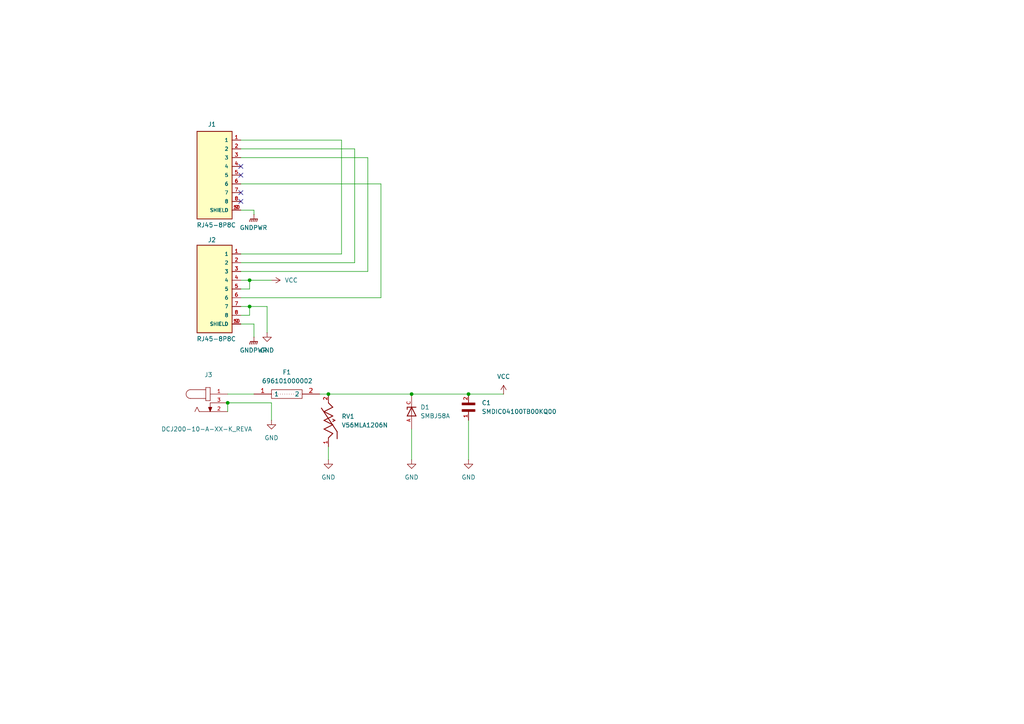
<source format=kicad_sch>
(kicad_sch (version 20231120) (generator "eeschema") (generator_version "8.0")
  (paper "A4")
  (lib_symbols
    (symbol "Equatorial:696101000002" (pin_names (offset 0.762))
      (property "Reference" "F" (at 10.414 2.286 0))
      (property "Value" "696101000002" (at 4.572 -4.826 0))
      (symbol "696101000002_0_0"
        (pin passive line (at 1.27 -1.27 0) (length 5.08) (name "1") (number "1"))
        (pin passive line (at 20.32 -1.27 180) (length 5.08) (name "2") (number "2"))
      )
      (symbol "696101000002_0_1"
        (polyline (pts (xy 6.35 0) (xy 15.24 0) (xy 15.24 -2.54) (xy 6.35 -2.54) (xy 6.35 0)) (stroke (width 0.1524)))
      )
      (symbol "696101000002_1_1"
        (polyline (pts (xy 6.35 -1.27) (xy 15.24 -1.27)) (stroke (width 0) (type dot)))
      )
    )
    (symbol "Equatorial:DCJ200-10-A-XX-K_REVA" (pin_names (offset 1.016))
      (property "Reference" "J" (at -7.6272 5.0848 0))
      (property "Value" "DCJ200-10-A-XX-K_REVA" (at -7.6313 -5.0875 0))
      (property "Opcional link" "https://produto.mercadolivre.com.br/MLB-2670642045-kit-5-pecas-conector-dc-jack-p4-fmea-dc-005-21mm-pci-_JM?matt_tool=63064967&matt_word=&matt_source=google&matt_campaign_id=14303413826&matt_ad_group_id=133431076203&matt_match_type=&matt_network=g&matt_device=c&matt_creative=584156655540&matt_keyword=&matt_ad_position=&matt_ad_type=pla&matt_merchant_id=306573131&matt_product_id=MLB2670642045&matt_product_partition_id=2269730643578&matt_target_id=aud-1966009190540:pla-2269730643578&cq_src=google_ads&cq_cmp=14303413826&cq_net=g&cq_plt=gp&cq_med=pla&gad_source=1&gclid=CjwKCAjw3P-2BhAEEiwA3yPhwI50CbgB2eVb1ajxoQKDpTjP9ipY8oeqWrbVPelEas9qT8J3NVHPLRoCjc0QAvD_BwE" (at 0 0 0))
      (symbol "DCJ200-10-A-XX-K_REVA_0_0"
        (arc (start -5.715 3.81) (mid -6.9794 2.54) (end -5.715 1.27) (stroke (width 0.1524)))
        (polyline (pts (xy -5.715 3.81) (xy -1.27 3.81)) (stroke (width 0.1524)))
        (polyline (pts (xy -3.81 -1.27) (xy -4.445 -2.54)) (stroke (width 0.1524)))
        (polyline (pts (xy -3.175 -2.54) (xy -3.81 -1.27)) (stroke (width 0.1524)))
        (polyline (pts (xy -1.27 0.635) (xy 0 0.635)) (stroke (width 0.1524)))
        (polyline (pts (xy -1.27 1.27) (xy -5.715 1.27)) (stroke (width 0.1524)))
        (polyline (pts (xy -1.27 1.27) (xy -1.27 0.635)) (stroke (width 0.1524)))
        (polyline (pts (xy -1.27 3.81) (xy -1.27 1.27)) (stroke (width 0.1524)))
        (polyline (pts (xy -1.27 4.445) (xy -1.27 3.81)) (stroke (width 0.1524)))
        (polyline (pts (xy 0 -2.54) (xy -3.175 -2.54)) (stroke (width 0.1524)))
        (polyline (pts (xy 0 0) (xy 0 -2.54)) (stroke (width 0.1524)))
        (polyline (pts (xy 0 0.635) (xy 0 4.445)) (stroke (width 0.1524)))
        (polyline (pts (xy 0 4.445) (xy -1.27 4.445)) (stroke (width 0.1524)))
        (polyline (pts (xy 0 -2.54) (xy -0.508 -1.27) (xy 0.508 -1.27) (xy 0 -2.54)) (stroke (width 0.1524)) (fill (type outline)))
        (pin passive line (at 5.08 2.54 180) (length 5.08) (name "~") (number "1"))
        (pin passive line (at 5.08 -2.54 180) (length 5.08) (name "~") (number "2"))
        (pin passive line (at 5.08 0 180) (length 5.08) (name "~") (number "3"))
      )
    )
    (symbol "Equatorial:RJ45-8P8C" (pin_names (offset 1.016))
      (property "Reference" "J" (at -5.089 13.9947 0))
      (property "Value" "RJ45-8P8C" (at -5.0863 -15.259 0))
      (symbol "RJ45-8P8C_0_0"
        (rectangle (start -5.08 -12.7) (end 5.08 12.7) (stroke (width 0.254)) (fill (type background)))
        (pin passive line (at 7.62 10.16 180) (length 2.54) (name "1") (number "1"))
        (pin passive line (at 7.62 -10.16 180) (length 2.54) (name "SHIELD") (number "10"))
        (pin passive line (at 7.62 7.62 180) (length 2.54) (name "2") (number "2"))
        (pin passive line (at 7.62 5.08 180) (length 2.54) (name "3") (number "3"))
        (pin passive line (at 7.62 2.54 180) (length 2.54) (name "4") (number "4"))
        (pin passive line (at 7.62 0 180) (length 2.54) (name "5") (number "5"))
        (pin passive line (at 7.62 -2.54 180) (length 2.54) (name "6") (number "6"))
        (pin passive line (at 7.62 -5.08 180) (length 2.54) (name "7") (number "7"))
        (pin passive line (at 7.62 -7.62 180) (length 2.54) (name "8") (number "8"))
        (pin passive line (at 7.62 -10.16 180) (length 2.54) (name "SHIELD") (number "9"))
      )
    )
    (symbol "Equatorial:SMBJ58A" (pin_names (offset 1.016))
      (property "Reference" "D" (at -0.508 2.032 0))
      (property "Value" "SMBJ58A" (at -4.064 -4.064 0))
      (symbol "SMBJ58A_0_0"
        (polyline (pts (xy -1.27 -1.27) (xy -1.27 0)) (stroke (width 0.254)))
        (polyline (pts (xy -1.27 0) (xy -1.27 1.27)) (stroke (width 0.254)))
        (polyline (pts (xy -1.27 0) (xy 1.27 -1.27)) (stroke (width 0.254)))
        (polyline (pts (xy -0.635 -1.27) (xy -1.27 -1.27)) (stroke (width 0.254)))
        (polyline (pts (xy 1.27 -1.27) (xy 1.27 1.27)) (stroke (width 0.254)))
        (polyline (pts (xy 1.27 1.27) (xy -1.27 0)) (stroke (width 0.254)))
        (pin passive line (at 5.08 0 180) (length 5.08) (name "~") (number "A"))
        (pin passive line (at -5.08 0 0) (length 5.08) (name "~") (number "C"))
      )
    )
    (symbol "Equatorial:SMDIC04100TB00KQ00" (pin_names (offset 1.016))
      (property "Reference" "C" (at 0.508 2.54 0))
      (property "Value" "SMDIC04100TB00KQ00" (at -7.112 -4.064 0))
      (symbol "SMDIC04100TB00KQ00_0_0"
        (rectangle (start 0 -1.9069) (end 0.635 1.905) (stroke (width 0.1)) (fill (type outline)))
        (rectangle (start 1.9069 -1.9069) (end 2.54 1.905) (stroke (width 0.1)) (fill (type outline)))
        (pin passive line (at -2.54 0 0) (length 2.54) (name "~") (number "1"))
        (pin passive line (at 5.08 0 180) (length 2.54) (name "~") (number "2"))
      )
    )
    (symbol "Equatorial:V56MLA1206N" (pin_names (offset 1.016))
      (property "Reference" "RV" (at -1.778 2.54 0))
      (property "Value" "V56MLA1206N" (at -5.08 -5.08 0))
      (symbol "V56MLA1206N_0_0"
        (polyline (pts (xy -3.81 -1.27) (xy -5.08 0)) (stroke (width 0.254)))
        (polyline (pts (xy -3.302 -2.54) (xy -5.334 -2.54)) (stroke (width 0.254)))
        (polyline (pts (xy -3.302 -2.54) (xy 3.556 2.032)) (stroke (width 0.254)))
        (polyline (pts (xy -2.54 1.27) (xy -3.81 -1.27)) (stroke (width 0.254)))
        (polyline (pts (xy -1.27 -1.27) (xy -2.54 1.27)) (stroke (width 0.254)))
        (polyline (pts (xy -1.27 -1.27) (xy 0 1.27)) (stroke (width 0.254)))
        (polyline (pts (xy -0.3175 -1.27) (xy 0 -1.905)) (stroke (width 0.254)))
        (polyline (pts (xy 0 -1.905) (xy 0.3175 -1.27)) (stroke (width 0.254)))
        (polyline (pts (xy 0 1.27) (xy 1.27 -1.27)) (stroke (width 0.254)))
        (polyline (pts (xy 1.27 -1.27) (xy 2.54 1.27)) (stroke (width 0.254)))
        (polyline (pts (xy 2.54 1.27) (xy 3.81 -1.27)) (stroke (width 0.254)))
        (polyline (pts (xy 3.81 -1.27) (xy 5.08 0)) (stroke (width 0.254)))
        (pin passive line (at -7.62 0 0) (length 2.54) (name "~") (number "1"))
        (pin passive line (at 7.62 0 180) (length 2.54) (name "~") (number "2"))
      )
    )
    (symbol "power:GND" (power) (pin_numbers hide) (pin_names (offset 0) hide)
      (property "Value" "GND" (at 0 -3.81 0))
      (symbol "GND_0_1"
        (polyline (pts (xy 0 0) (xy 0 -1.27) (xy 1.27 -1.27) (xy 0 -2.54) (xy -1.27 -1.27) (xy 0 -1.27)))
      )
      (symbol "GND_1_1"
        (pin power_in line (at 0 0 270) (length 0) (name "~") (number "1"))
      )
    )
    (symbol "power:GNDPWR" (power) (pin_numbers hide) (pin_names (offset 0) hide)
      (property "Value" "GNDPWR" (at 0 -3.302 0))
      (symbol "GNDPWR_0_1"
        (polyline (pts (xy 0 -1.27) (xy 0 0)))
        (polyline (pts (xy -1.016 -1.27) (xy -1.27 -2.032) (xy -1.27 -2.032)) (stroke (width 0.2032)))
        (polyline (pts (xy -0.508 -1.27) (xy -0.762 -2.032) (xy -0.762 -2.032)) (stroke (width 0.2032)))
        (polyline (pts (xy 0 -1.27) (xy -0.254 -2.032) (xy -0.254 -2.032)) (stroke (width 0.2032)))
        (polyline (pts (xy 0.508 -1.27) (xy 0.254 -2.032) (xy 0.254 -2.032)) (stroke (width 0.2032)))
        (polyline (pts (xy 1.016 -1.27) (xy -1.016 -1.27) (xy -1.016 -1.27)) (stroke (width 0.2032)))
        (polyline (pts (xy 1.016 -1.27) (xy 0.762 -2.032) (xy 0.762 -2.032) (xy 0.762 -2.032)) (stroke (width 0.2032)))
      )
      (symbol "GNDPWR_1_1"
        (pin power_in line (at 0 0 270) (length 0) (name "~") (number "1"))
      )
    )
    (symbol "power:VCC" (power) (pin_numbers hide) (pin_names (offset 0) hide)
      (property "Value" "VCC" (at 0 3.556 0))
      (symbol "VCC_0_1"
        (polyline (pts (xy -0.762 1.27) (xy 0 2.54)))
        (polyline (pts (xy 0 0) (xy 0 2.54)))
        (polyline (pts (xy 0 2.54) (xy 0.762 1.27)))
      )
      (symbol "VCC_1_1"
        (pin power_in line (at 0 0 90) (length 0) (name "~") (number "1"))
      )
    )
  )
  (junction (at 135.89 114.3))
  (junction (at 95.25 114.3))
  (junction (at 66.04 116.84))
  (junction (at 72.39 88.9))
  (junction (at 119.38 114.3))
  (junction (at 72.39 81.28))
  (no_connect (at 69.85 48.26))
  (no_connect (at 69.85 58.42))
  (no_connect (at 69.85 50.8))
  (no_connect (at 69.85 55.88))
  (wire (pts (xy 69.85 78.74) (xy 106.68 78.74)))
  (wire (pts (xy 110.49 86.36) (xy 69.85 86.36)))
  (wire (pts (xy 69.85 45.72) (xy 106.68 45.72)))
  (wire (pts (xy 72.39 91.44) (xy 72.39 88.9)))
  (wire (pts (xy 135.89 121.92) (xy 135.89 133.35)))
  (wire (pts (xy 77.47 88.9) (xy 77.47 96.52)))
  (wire (pts (xy 69.85 88.9) (xy 72.39 88.9)))
  (wire (pts (xy 69.85 60.96) (xy 73.66 60.96)))
  (wire (pts (xy 78.74 116.84) (xy 78.74 121.92)))
  (wire (pts (xy 106.68 45.72) (xy 106.68 78.74)))
  (wire (pts (xy 66.04 116.84) (xy 66.04 119.38)))
  (wire (pts (xy 135.89 114.3) (xy 146.05 114.3)))
  (wire (pts (xy 69.85 43.18) (xy 102.87 43.18)))
  (wire (pts (xy 119.38 133.35) (xy 119.38 124.46)))
  (wire (pts (xy 99.06 40.64) (xy 99.06 73.66)))
  (wire (pts (xy 92.71 114.3) (xy 95.25 114.3)))
  (wire (pts (xy 66.04 114.3) (xy 73.66 114.3)))
  (wire (pts (xy 66.04 116.84) (xy 78.74 116.84)))
  (wire (pts (xy 99.06 73.66) (xy 69.85 73.66)))
  (wire (pts (xy 73.66 60.96) (xy 73.66 62.23)))
  (wire (pts (xy 69.85 91.44) (xy 72.39 91.44)))
  (wire (pts (xy 72.39 88.9) (xy 77.47 88.9)))
  (wire (pts (xy 69.85 81.28) (xy 72.39 81.28)))
  (wire (pts (xy 73.66 93.98) (xy 73.66 97.79)))
  (wire (pts (xy 69.85 93.98) (xy 73.66 93.98)))
  (wire (pts (xy 69.85 40.64) (xy 99.06 40.64)))
  (wire (pts (xy 72.39 81.28) (xy 72.39 83.82)))
  (wire (pts (xy 110.49 53.34) (xy 110.49 86.36)))
  (wire (pts (xy 72.39 81.28) (xy 78.74 81.28)))
  (wire (pts (xy 102.87 43.18) (xy 102.87 76.2)))
  (wire (pts (xy 95.25 129.54) (xy 95.25 133.35)))
  (wire (pts (xy 72.39 83.82) (xy 69.85 83.82)))
  (wire (pts (xy 102.87 76.2) (xy 69.85 76.2)))
  (wire (pts (xy 69.85 53.34) (xy 110.49 53.34)))
  (wire (pts (xy 119.38 114.3) (xy 135.89 114.3)))
  (wire (pts (xy 95.25 114.3) (xy 119.38 114.3)))
  (symbol (lib_id "power:GND") (at 135.89 133.35 0) (unit 1)
    (property "Reference" "#PWR06" (effects (hide yes)))
    (property "Value" "GND" (at 135.89 138.43 0))
    (property "Description" "Power symbol creates a global label with name \"GND\" , ground" (effects (hide yes)))
  )
  (symbol (lib_id "Equatorial:RJ45-8P8C") (at 62.23 83.82 0) (unit 1)
    (property "Reference" "J2" (at 61.468 69.596 0))
    (property "Value" "RJ45-8P8C" (at 62.738 98.298 0))
    (property "Footprint" "Equatorial_foot:RJ45-8P8C" (effects (hide yes)))
    (property "Datasheet" "https://produto.mercadolivre.com.br/MLB-1210845845-10-pecas-modular-jack-rj45-fmea-blindado-8p8c-90g-59-01-_JM#is_advertising=true&position=1&search_layout=stack&type=pad&tracking_id=03e7eab5-b451-4c6e-90d8-78c3e4fae9cb&is_advertising=true&ad_domain=VQCATCORE_LST&ad_position=1&ad_click_id=NGJiY2RlNDktNTllMC00NGZiLTk4ODYtZDg0NjhlOGI5ZmE1" (effects (hide yes)))
    (property "Description" "Mercado livre" (effects (hide yes)))
  )
  (symbol (lib_id "power:GND") (at 95.25 133.35 0) (unit 1)
    (property "Reference" "#PWR09" (effects (hide yes)))
    (property "Value" "GND" (at 95.25 138.43 0))
    (property "Description" "Power symbol creates a global label with name \"GND\" , ground" (effects (hide yes)))
  )
  (symbol (lib_id "power:GND") (at 119.38 133.35 0) (unit 1)
    (property "Reference" "#PWR05" (effects (hide yes)))
    (property "Value" "GND" (at 119.38 138.43 0))
    (property "Description" "Power symbol creates a global label with name \"GND\" , ground" (effects (hide yes)))
  )
  (symbol (lib_id "power:GNDPWR") (at 73.66 97.79 0) (unit 1)
    (property "Reference" "#PWR03" (effects (hide yes)))
    (property "Value" "GNDPWR" (at 73.533 101.6 0))
    (property "Description" "Power symbol creates a global label with name \"GNDPWR\" , global ground" (effects (hide yes)))
  )
  (symbol (lib_id "power:VCC") (at 146.05 114.3 0) (unit 1)
    (property "Reference" "#PWR08" (effects (hide yes)))
    (property "Value" "VCC" (at 146.05 109.22 0))
    (property "Description" "Power symbol creates a global label with name \"VCC\"" (effects (hide yes)))
  )
  (symbol (lib_id "power:GND") (at 77.47 96.52 0) (unit 1)
    (property "Reference" "#PWR02" (effects (hide yes)))
    (property "Value" "GND" (at 77.47 101.6 0))
    (property "Description" "Power symbol creates a global label with name \"GND\" , ground" (effects (hide yes)))
  )
  (symbol (lib_id "power:GNDPWR") (at 73.66 62.23 0) (unit 1)
    (property "Reference" "#PWR04" (effects (hide yes)))
    (property "Value" "GNDPWR" (at 73.533 66.04 0))
    (property "Description" "Power symbol creates a global label with name \"GNDPWR\" , global ground" (effects (hide yes)))
  )
  (symbol (lib_id "Equatorial:SMDIC04100TB00KQ00") (at 135.89 119.38 90) (unit 1)
    (property "Reference" "C1" (at 139.7 116.8399 90) (effects (justify right)))
    (property "Value" "SMDIC04100TB00KQ00" (at 139.7 119.3799 90) (effects (justify right)))
    (property "Footprint" "Equatorial_foot:CAP_SMDIC04100TB00KQ00" (effects (hide yes)))
    (property "MF" "WIMA" (effects (hide yes)))
    (property "MAXIMUM_PACKAGE_HEIGHT" "5.3mm" (effects (hide yes)))
    (property "Package" "2824 WIMA" (effects (hide yes)))
    (property "Price" "None" (effects (hide yes)))
    (property "Check_prices" "https://www.snapeda.com/parts/SMDIC04100TB00KQ00/WIMA/view-part/?ref=eda" (effects (hide yes)))
    (property "STANDARD" "Manufacturer Recommendations" (effects (hide yes)))
    (property "PARTREV" "04.23" (effects (hide yes)))
    (property "SnapEDA_Link" "https://www.snapeda.com/parts/SMDIC04100TB00KQ00/WIMA/view-part/?ref=snap" (effects (hide yes)))
    (property "MP" "SMDIC04100TB00KQ00" (effects (hide yes)))
    (property "Purchase-URL" "https://www.snapeda.com/api/url_track_click_mouser/?unipart_id=2186650&manufacturer=WIMA&part_name=SMDIC04100TB00KQ00&search_term=capacitor 1uf 63v" (effects (hide yes)))
    (property "Description_1" "\nCapacitor de filme de 1 µF 40 V 63 V Polissulfeto de fenileno (PPS), metalizado 2824 (métrico 7260)\n" (effects (hide yes)))
    (property "Availability" "In Stock" (effects (hide yes)))
    (property "MANUFACTURER" "WIMA" (effects (hide yes)))
  )
  (symbol (lib_id "Equatorial:SMBJ58A") (at 119.38 119.38 270) (unit 1)
    (property "Reference" "D1" (at 121.92 118.1099 90) (effects (justify left)))
    (property "Value" "SMBJ58A" (at 121.92 120.6499 90) (effects (justify left)))
    (property "Footprint" "Equatorial_foot:DIOM4336X265N" (effects (hide yes)))
    (property "MF" "Taiwan Semiconductor" (effects (hide yes)))
    (property "MAXIMUM_PACKAGE_HEIGHT" "2.65 mm" (effects (hide yes)))
    (property "Package" "SMD-2 Taiwan Semiconductor" (effects (hide yes)))
    (property "Price" "None" (effects (hide yes)))
    (property "Check_prices" "https://www.snapeda.com/parts/SMBJ58A/Taiwan+Semiconductor/view-part/?ref=eda" (effects (hide yes)))
    (property "STANDARD" "IPC-7351B" (effects (hide yes)))
    (property "PARTREV" "F2102" (effects (hide yes)))
    (property "SnapEDA_Link" "https://www.snapeda.com/parts/SMBJ58A/Taiwan+Semiconductor/view-part/?ref=snap" (effects (hide yes)))
    (property "MP" "SMBJ58A" (effects (hide yes)))
    (property "Description_1" "\n600W, 67.8V, 5%, Unidirectional, TVS\n" (effects (hide yes)))
    (property "Availability" "In Stock" (effects (hide yes)))
    (property "MANUFACTURER" "Taiwan Semiconductor" (effects (hide yes)))
  )
  (symbol (lib_id "power:VCC") (at 78.74 81.28 270) (unit 1)
    (property "Reference" "#PWR01" (effects (hide yes)))
    (property "Value" "VCC" (at 82.55 81.2799 90) (effects (justify left)))
    (property "Description" "Power symbol creates a global label with name \"VCC\"" (effects (hide yes)))
  )
  (symbol (lib_id "Equatorial:V56MLA1206N") (at 95.25 121.92 90) (unit 1)
    (property "Reference" "RV1" (at 99.06 120.7769 90) (effects (justify right)))
    (property "Value" "V56MLA1206N" (at 99.06 123.3169 90) (effects (justify right)))
    (property "Footprint" "Equatorial_foot:VARC3216X180N" (effects (hide yes)))
    (property "MF" "Littelfuse" (effects (hide yes)))
    (property "Description_1" "\n" (effects (hide yes)))
    (property "Package" "None" (effects (hide yes)))
    (property "Price" "None" (effects (hide yes)))
    (property "Check_prices" "https://www.snapeda.com/parts/V56MLA1206N/Littelfuse/view-part/?ref=eda" (effects (hide yes)))
    (property "SnapEDA_Link" "https://www.snapeda.com/parts/V56MLA1206N/Littelfuse/view-part/?ref=snap" (effects (hide yes)))
    (property "MP" "V56MLA1206N" (effects (hide yes)))
    (property "Availability" "Not in stock" (effects (hide yes)))
    (property "Purchase-URL" "https://pricing.snapeda.com/search/part/V56MLA1206N/?ref=eda" (effects (hide yes)))
  )
  (symbol (lib_id "Equatorial:RJ45-8P8C") (at 62.23 50.8 0) (unit 1)
    (property "Reference" "J1" (at 61.468 36.068 0))
    (property "Value" "RJ45-8P8C" (at 62.738 65.278 0))
    (property "Footprint" "Equatorial_foot:RJ45-8P8C" (effects (hide yes)))
    (property "Datasheet" "https://produto.mercadolivre.com.br/MLB-1210845845-10-pecas-modular-jack-rj45-fmea-blindado-8p8c-90g-59-01-_JM#is_advertising=true&position=1&search_layout=stack&type=pad&tracking_id=03e7eab5-b451-4c6e-90d8-78c3e4fae9cb&is_advertising=true&ad_domain=VQCATCORE_LST&ad_position=1&ad_click_id=NGJiY2RlNDktNTllMC00NGZiLTk4ODYtZDg0NjhlOGI5ZmE1" (effects (hide yes)))
    (property "Description" "ercado livre" (effects (hide yes)))
    (property "Package" "None" (effects (hide yes)))
    (property "Price" "None" (effects (hide yes)))
  )
  (symbol (lib_id "Equatorial:DCJ200-10-A-XX-K_REVA") (at 60.96 116.84 0) (unit 1)
    (property "Reference" "J3" (at 60.452 108.712 0))
    (property "Value" "DCJ200-10-A-XX-K_REVA" (at 59.944 124.46 0))
    (property "Footprint" "Equatorial_foot:GCT_DCJ200-10-A-XX-K_REVA" (effects (hide yes)))
    (property "Datasheet" "https://4donline.ihs.com/images/VipMasterIC/IC/GCTI/GCTI-S-A0001311865/GCTI-S-A0001311865-1.pdf?hkey=6D3A4C79FDBF58556ACFDE234799DDF0" (effects (hide yes)))
    (property "MF" "Global Connector Technology" (effects (hide yes)))
    (property "MAXIMUM_PACKAGE_HEIGHT" "11 mm" (effects (hide yes)))
    (property "Package" "None" (effects (hide yes)))
    (property "Price" "None" (effects (hide yes)))
    (property "Check_prices" "https://www.snapeda.com/parts/DCJ200-10-A-K1-K/Global+Connector+Technology/view-part/?ref=eda" (effects (hide yes)))
    (property "STANDARD" "Manufacturer Recommendations" (effects (hide yes)))
    (property "PARTREV" "A" (effects (hide yes)))
    (property "SnapEDA_Link" "https://www.snapeda.com/parts/DCJ200-10-A-K1-K/Global+Connector+Technology/view-part/?ref=snap" (effects (hide yes)))
    (property "MP" "DCJ200-10-A-K1-K" (effects (hide yes)))
    (property "Purchase-URL" "https://www.snapeda.com/api/url_track_click_mouser/?unipart_id=641259&manufacturer=Global Connector Technology&part_name=DCJ200-10-A-K1-K&search_term=None" (effects (hide yes)))
    (property "Description_1" "\nPower Barrel Connector Jack 2.05mm ID (0.081), 5.50mm OD (0.217) Through Hole, Right Angle\n" (effects (hide yes)))
    (property "MANUFACTURER" "Global Connector Technology" (effects (hide yes)))
    (property "Availability" "In Stock" (effects (hide yes)))
    (property "SNAPEDA_PN" "DCJ200-10-A-K1-K" (effects (hide yes)))
    (property "Opcional link" "https://produto.mercadolivre.com.br/MLB-2670642045-kit-5-pecas-conector-dc-jack-p4-fmea-dc-005-21mm-pci-_JM?matt_tool=63064967&matt_word=&matt_source=google&matt_campaign_id=14303413826&matt_ad_group_id=133431076203&matt_match_type=&matt_network=g&matt_device=c&matt_creative=584156655540&matt_keyword=&matt_ad_position=&matt_ad_type=pla&matt_merchant_id=306573131&matt_product_id=MLB2670642045&matt_product_partition_id=2269730643578&matt_target_id=aud-1966009190540:pla-2269730643578&cq_src=google_ads&cq_cmp=14303413826&cq_net=g&cq_plt=gp&cq_med=pla&gad_source=1&gclid=CjwKCAjw3P-2BhAEEiwA3yPhwI50CbgB2eVb1ajxoQKDpTjP9ipY8oeqWrbVPelEas9qT8J3NVHPLRoCjc0QAvD_BwE" (effects (hide yes)))
  )
  (symbol (lib_id "Equatorial:696101000002") (at 72.39 113.03 0) (unit 1)
    (property "Reference" "F1" (at 83.185 107.95 0))
    (property "Value" "696101000002" (at 83.312 110.49 0))
    (property "Footprint" "Equatorial_foot:696101000002" (effects (hide yes)))
    (property "Datasheet" "https://www.we-online.com/components/products/datasheet/696101000002.pdf" (effects (hide yes)))
    (property "Description" "WR-FSH FUSEHOLDER THT CLIP COVER beige" (effects (hide yes)))
    (property "Description_1" "WR-FSH FUSEHOLDER THT CLIP COVER beige" (effects (hide yes)))
    (property "Height" "13.6" (effects (hide yes)))
    (property "Mouser Part Number" "710-696101000002" (effects (hide yes)))
    (property "Mouser Price/Stock" "https://www.mouser.co.uk/ProductDetail/Wurth-Elektronik/696101000002?qs=%252BEew9%252B0nqrA0cx9mOnCWEw%3D%3D" (effects (hide yes)))
    (property "Manufacturer_Name" "Wurth Elektronik" (effects (hide yes)))
    (property "Manufacturer_Part_Number" "696101000002" (effects (hide yes)))
  )
  (symbol (lib_id "power:GND") (at 78.74 121.92 0) (unit 1)
    (property "Reference" "#PWR07" (effects (hide yes)))
    (property "Value" "GND" (at 78.74 127 0))
    (property "Description" "Power symbol creates a global label with name \"GND\" , ground" (effects (hide yes)))
  )
)
</source>
